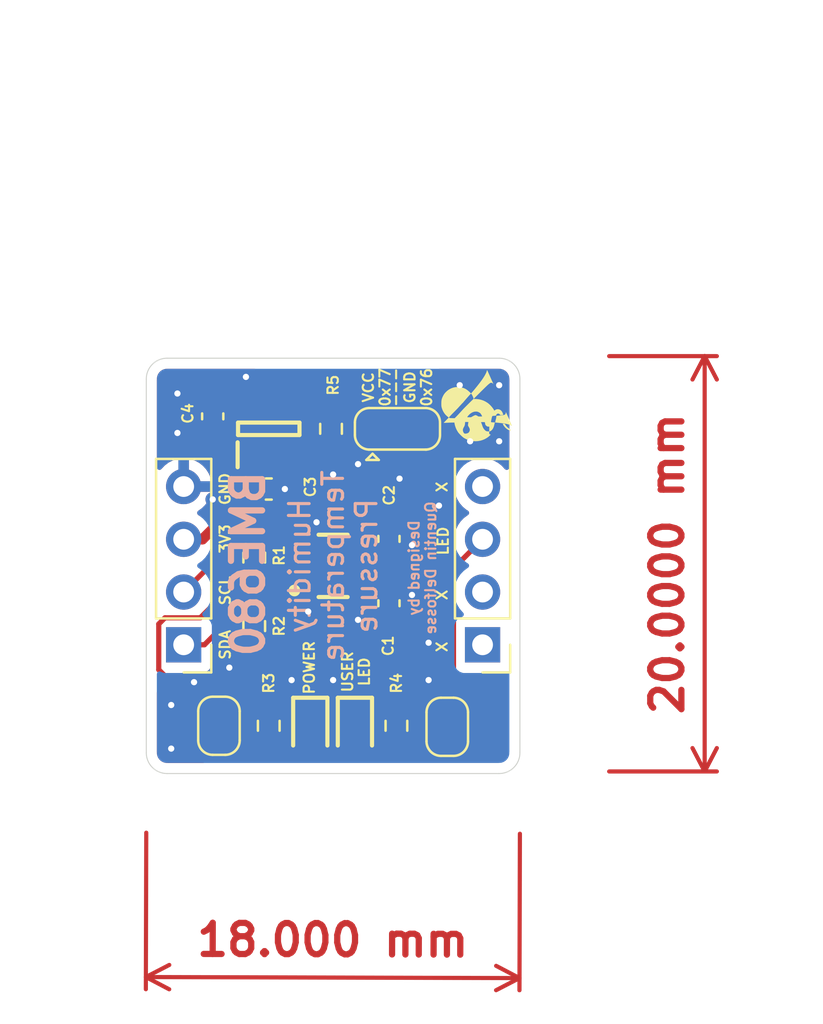
<source format=kicad_pcb>
(kicad_pcb (version 20211014) (generator pcbnew)
  (layers (0 "F.Cu" signal "F.Cu (Sig)") (31 "B.Cu" signal "B.Cu (Sig)") (34 "B.Paste" user) (35 "F.Paste" user) (36 "B.SilkS" user "B.Silkscreen") (37 "F.SilkS" user "F.Silkscreen") (38 "B.Mask" user) (39 "F.Mask" user) (44 "Edge.Cuts" user))
  (net 0 "")
  (net 1 "+3V3")
  (net 2 "/SCL")
  (net 3 "/SDA")
  (net 4 "Net-(R3-Pad1)")
  (net 5 "Net-(LED1-Pad2)")
  (net 6 "Net-(R4-Pad1)")
  (net 7 "Net-(LED2-Pad2)")
  (net 8 "Net-(R5-Pad2)")
  (net 9 "GND")
  (net 10 "Net-(IC1-Pad5)")
  (net 11 "/GPIO_LED")
  (net 15 "/Vin")
  (footprint "KiCAD_Components_Footprints_Local:SOT95P282X130-5N" (layer "F.Cu") (at 131 89.6 90)
    (fp_text reference "IC2" hide)
    (fp_text value "AP2112K-3.3TRG1" hide)
    (fp_line (start 0.3 -1.48) (end 0.3 1.48) (layer "F.SilkS") (width 0.2))
    (fp_line (start -1.85 -1.5) (end -0.65 -1.5) (layer "F.SilkS") (width 0.2))
    (fp_line (start 0.3 1.48) (end -0.3 1.48) (layer "F.SilkS") (width 0.2))
    (fp_line (start -0.3 1.48) (end -0.3 -1.48) (layer "F.SilkS") (width 0.2))
    (fp_line (start -0.3 -1.48) (end 0.3 -1.48) (layer "F.SilkS") (width 0.2))
    (pad "1" smd rect locked (at -1.25 -0.95 180) (size 0.6 1.2) (layers "F.Cu" "F.Paste" "F.Mask") (net 15 "/Vin"))
    (pad "2" smd rect locked (at -1.25 0 180) (size 0.6 1.2) (layers "F.Cu" "F.Paste" "F.Mask") (net 9 "GND"))
    (pad "3" smd rect locked (at -1.25 0.95 180) (size 0.6 1.2) (layers "F.Cu" "F.Paste" "F.Mask") (net 15 "/Vin"))
    (pad "4" smd rect locked (at 1.25 0.95 180) (size 0.6 1.2) (layers "F.Cu" "F.Paste" "F.Mask"))
    (pad "5" smd rect locked (at 1.25 -0.95 180) (size 0.6 1.2) (layers "F.Cu" "F.Paste" "F.Mask") (net 1 "+3V3"))
  )
  (footprint "LOGO" (layer "F.Cu") (at 140.9 88.6 90)
    (fp_text reference "G***" hide)
    (fp_text value "LOGO" hide)
    (fp_poly (pts (xy -0.755778 1.382407) (xy -0.754586 1.398616) (xy -0.7561 1.415443) (xy -0.759698 1.443695) (xy -0.764416 1.462707) (xy -0.772799 1.476337) (xy -0.787387 1.488445) (xy -0.810724 1.502888) (xy -0.815623 1.505782) (xy -0.857171 1.53462) (xy -0.901258 1.572759) (xy -0.944839 1.617143) (xy -0.984868 1.664714) (xy -1.012685 1.703617) (xy -1.031165 1.731075) (xy -1.044709 1.748748) (xy -1.055175 1.758591) (xy -1.064418 1.762557) (xy -1.069036 1.762947) (xy -1.079279 1.76216) (xy -1.084036 1.757509) (xy -1.084725 1.745561) (xy -1.083299 1.728432) (xy -1.073712 1.686636) (xy -1.053546 1.640831) (xy -1.024415 1.592952) (xy -0.987929 1.544932) (xy -0.945701 1.498706) (xy -0.89934 1.45621) (xy -0.85046 1.419376) (xy -0.802072 1.390842) (xy -0.777636 1.379529) (xy -0.762833 1.376381)) (layer "F.SilkS") (width 0) (fill solid))
    (fp_poly (pts (xy 0.276152 -1.585751) (xy 0.332178 -1.582617) (xy 0.381066 -1.576602) (xy 0.425982 -1.56706) (xy 0.470089 -1.553343) (xy 0.516552 -1.534805) (xy 0.559397 -1.515187) (xy 0.615562 -1.486483) (xy 0.663712 -1.457098) (xy 0.708459 -1.423819) (xy 0.754412 -1.383431) (xy 0.770796 -1.367832) (xy 0.840703 -1.291147) (xy 0.899085 -1.207961) (xy 0.945728 -1.119254) (xy 0.98042 -1.026005) (xy 1.002947 -0.929191) (xy 1.013096 -0.829792) (xy 1.010655 -0.728786) (xy 0.995409 -0.627152) (xy 0.967147 -0.525869) (xy 0.959005 -0.503316) (xy 0.930902 -0.439303) (xy 0.895101 -0.377254) (xy 0.850191 -0.315101) (xy 0.794762 -0.250773) (xy 0.766886 -0.221461) (xy 0.701789 -0.154748) (xy 0.725521 -0.134201) (xy 0.79896 -0.071367) (xy 0.876631 -0.006278) (xy 0.956581 0.059502) (xy 1.036852 0.12441) (xy 1.115491 0.186882) (xy 1.190541 0.245356) (xy 1.260048 0.298266) (xy 1.322056 0.344052) (xy 1.33827 0.355712) (xy 1.419028 0.411667) (xy 1.496295 0.461826) (xy 1.568968 0.505571) (xy 1.635939 0.542291) (xy 1.696103 0.57137) (xy 1.748355 0.592194) (xy 1.781546 0.601992) (xy 1.805154 0.60811) (xy 1.822568 0.613612) (xy 1.830527 0.617445) (xy 1.830705 0.617841) (xy 1.825034 0.622535) (xy 1.810199 0.630611) (xy 1.791765 0.639257) (xy 1.777701 0.645501) (xy 1.752672 0.656648) (xy 1.718091 0.672069) (xy 1.675373 0.69113) (xy 1.625931 0.713203) (xy 1.571181 0.737654) (xy 1.512535 0.763853) (xy 1.455556 0.789316) (xy 1.396051 0.815872) (xy 1.34034 0.840659) (xy 1.289644 0.863139) (xy 1.245179 0.882775) (xy 1.208166 0.899032) (xy 1.179822 0.911371) (xy 1.161366 0.919257) (xy 1.154017 0.922153) (xy 1.153971 0.922157) (xy 1.156039 0.918371) (xy 1.166169 0.908722) (xy 1.17434 0.90177) (xy 1.194159 0.880105) (xy 1.209467 0.853958) (xy 1.210795 0.850692) (xy 1.216708 0.830749) (xy 1.218091 0.811404) (xy 1.214169 0.791176) (xy 1.204167 0.768584) (xy 1.187307 0.742144) (xy 1.162816 0.710376) (xy 1.129917 0.671796) (xy 1.099142 0.637373) (xy 1.082467 0.619413) (xy 1.058453 0.594197) (xy 1.028042 0.562673) (xy 0.992174 0.525788) (xy 0.951789 0.484488) (xy 0.907828 0.439721) (xy 0.861231 0.392432) (xy 0.81294 0.343569) (xy 0.763894 0.294078) (xy 0.715035 0.244906) (xy 0.667303 0.197) (xy 0.621638 0.151307) (xy 0.578982 0.108773) (xy 0.540274 0.070346) (xy 0.506455 0.03697) (xy 0.478467 0.009595) (xy 0.457249 -0.010834) (xy 0.443742 -0.02337) (xy 0.438964 -0.027122) (xy 0.43604 -0.021005) (xy 0.43489 -0.005158) (xy 0.435463 0.011866) (xy 0.436241 0.050579) (xy 0.434171 0.098407) (xy 0.429613 0.151292) (xy 0.422929 0.205172) (xy 0.414479 0.255988) (xy 0.413158 0.262713) (xy 0.389275 0.358178) (xy 0.35644 0.448919) (xy 0.313376 0.537951) (xy 0.258803 0.628292) (xy 0.257068 0.630913) (xy 0.218285 0.683197) (xy 0.170664 0.737524) (xy 0.116884 0.791466) (xy 0.059624 0.842594) (xy 0.001562 0.88848) (xy -0.054624 0.926695) (xy -0.093232 0.948513) (xy -0.110106 0.957834) (xy -0.120479 0.965047) (xy -0.12205 0.967155) (xy -0.118341 0.974358) (xy -0.108718 0.988932) (xy -0.09805 1.003889) (xy -0.072828 1.044987) (xy -0.058938 1.085998) (xy -0.055011 1.131593) (xy -0.05568 1.14861) (xy -0.065624 1.202863) (xy -0.087833 1.252074) (xy -0.121766 1.295664) (xy -0.166882 1.333051) (xy -0.222639 1.363655) (xy -0.273949 1.382684) (xy -0.297277 1.389215) (xy -0.315161 1.393099) (xy -0.324066 1.393583) (xy -0.324337 1.393406) (xy -0.327726 1.38413) (xy -0.331318 1.365044) (xy -0.334631 1.339879) (xy -0.337182 1.312371) (xy -0.338487 1.28625) (xy -0.338533 1.283679) (xy -0.337942 1.262122) (xy -0.334612 1.250401) (xy -0.327372 1.244882) (xy -0.325884 1.244367) (xy -0.308808 1.233754) (xy -0.291021 1.214812) (xy -0.276067 1.19209) (xy -0.267487 1.170134) (xy -0.267289 1.169139) (xy -0.266453 1.133061) (xy -0.278189 1.101976) (xy -0.302261 1.076426) (xy -0.310234 1.070932) (xy -0.329962 1.059714) (xy -0.3466 1.052479) (xy -0.353377 1.050988) (xy -0.360096 1.048455) (xy -0.364548 1.039054) (xy -0.367689 1.020081) (xy -0.369001 1.006914) (xy -0.371921 0.974173) (xy -0.375132 0.938175) (xy -0.376883 0.918555) (xy -0.380099 0.892641) (xy -0.384844 0.876722) (xy -0.392357 0.867233) (xy -0.39553 0.864985) (xy -0.407784 0.860111) (xy -0.430643 0.853505) (xy -0.461351 0.845755) (xy -0.497151 0.837447) (xy -0.535286 0.829169) (xy -0.573 0.821509) (xy -0.607538 0.815055) (xy -0.636141 0.810393) (xy -0.656055 0.80811) (xy -0.662444 0.808098) (xy -0.672439 0.809989) (xy -0.6785 0.814864) (xy -0.682072 0.825807) (xy -0.684599 0.845901) (xy -0.68569 0.857742) (xy -0.687978 0.889687) (xy -0.689817 0.926869) (xy -0.69077 0.95945) (xy -0.691608 1.013695) (xy -0.659405 1.01436) (xy -0.639236 1.01668) (xy -0.610621 1.0224) (xy -0.577955 1.030563) (xy -0.556006 1.036916) (xy -0.509878 1.049318) (xy -0.464469 1.058365) (xy -0.429582 1.062589) (xy -0.374353 1.066372) (xy -0.369804 1.11801) (xy -0.362837 1.195232) (xy -0.356597 1.260066) (xy -0.35093 1.313655) (xy -0.345682 1.357145) (xy -0.340696 1.391679) (xy -0.33582 1.418402) (xy -0.330897 1.438457) (xy -0.325774 1.452989) (xy -0.323997 1.456798) (xy -0.306016 1.485306) (xy -0.284236 1.503741) (xy -0.255262 1.51431) (xy -0.229574 1.518143) (xy -0.187033 1.522237) (xy -0.383385 1.609925) (xy -0.474645 1.650628) (xy -0.554242 1.686005) (xy -0.622858 1.716343) (xy -0.681177 1.741927) (xy -0.729881 1.763043) (xy -0.769654 1.779976) (xy -0.801177 1.793012) (xy -0.825135 1.802438) (xy -0.842209 1.808537) (xy -0.853083 1.811598) (xy -0.858439 1.811904) (xy -0.85896 1.809741) (xy -0.858243 1.808609) (xy -0.838248 1.775468) (xy -0.818133 1.730755) (xy -0.798586 1.676433) (xy -0.780291 1.614468) (xy -0.763936 1.546824) (xy -0.75962 1.52626) (xy -0.753488 1.492764) (xy -0.746635 1.449823) (xy -0.739337 1.399739) (xy -0.731874 1.344818) (xy -0.724525 1.287361) (xy -0.717567 1.229674) (xy -0.71128 1.17406) (xy -0.705941 1.122822) (xy -0.70183 1.078265) (xy -0.699225 1.042691) (xy -0.698398 1.01988) (xy -0.699457 1.000785) (xy -0.703873 0.991149) (xy -0.713508 0.986952) (xy -0.713654 0.986921) (xy -0.769965 0.974196) (xy -0.822487 0.96129) (xy -0.868426 0.948933) (xy -0.904986 0.937857) (xy -0.917014 0.933712) (xy -0.97882 0.906156) (xy -1.031746 0.872037) (xy -1.074576 0.832402) (xy -1.106098 0.788297) (xy -1.119427 0.759178) (xy -1.134171 0.71874) (xy -1.187507 0.71874) (xy -1.223295 0.720753) (xy -1.247568 0.727375) (xy -1.261845 0.739482) (xy -1.267649 0.757951) (xy -1.267965 0.765074) (xy -1.26935 0.780524) (xy -1.272285 0.788606) (xy -1.280684 0.788052) (xy -1.295516 0.778055) (xy -1.315325 0.760201) (xy -1.338654 0.736078) (xy -1.364047 0.70727) (xy -1.390046 0.675366) (xy -1.393758 0.670434) (xy -1.125556 0.670434) (xy -1.125538 0.72213) (xy -1.010286 0.722819) (xy -0.895034 0.723507) (xy -0.895034 0.681055) (xy -0.894305 0.657772) (xy -0.890959 0.640016) (xy -0.883259 0.622637) (xy -0.869469 0.600485) (xy -0.866217 0.59561) (xy -0.839784 0.562279) (xy -0.811736 0.540392) (xy -0.779053 0.527903) (xy -0.761537 0.524738) (xy -0.737022 0.52063) (xy -0.710935 0.515072) (xy -0.707749 0.51429) (xy -0.679808 0.507271) (xy -0.67668 0.441796) (xy -0.6753 0.393578) (xy -0.676464 0.358336) (xy -0.680265 0.335707) (xy -0.686801 0.325329) (xy -0.696167 0.326838) (xy -0.704819 0.335205) (xy -0.71385 0.340585) (xy -0.733391 0.348965) (xy -0.760978 0.35939) (xy -0.794148 0.370908) (xy -0.812443 0.376901) (xy -0.863574 0.393782) (xy -0.904268 0.408523) (xy -0.937207 0.422411) (xy -0.965076 0.436731) (xy -0.990557 0.45277) (xy -1.016334 0.471814) (xy -1.025242 0.47888) (xy -1.064458 0.513254) (xy -1.092569 0.545562) (xy -1.111091 0.578698) (xy -1.121539 0.615558) (xy -1.125429 0.659036) (xy -1.125556 0.670434) (xy -1.393758 0.670434) (xy -1.415195 0.64195) (xy -1.438038 0.608611) (xy -1.439166 0.606861) (xy -1.495417 0.507053) (xy -1.539504 0.402415) (xy -1.571438 0.294094) (xy -1.591228 0.183235) (xy -1.598883 0.070987) (xy -1.594413 -0.041505) (xy -1.577828 -0.153092) (xy -1.549137 -0.262628) (xy -1.50835 -0.368967) (xy -1.481395 -0.420962) (xy -1.232654 -0.420962) (xy -1.228717 -0.383708) (xy -1.219521 -0.345524) (xy -1.205884 -0.309818) (xy -1.188624 -0.279997) (xy -1.16881 -0.259645) (xy -1.122317 -0.231984) (xy -1.078565 -0.216887) (xy -1.035985 -0.214063) (xy -0.993011 -0.223218) (xy -0.986572 -0.225553) (xy -0.972059 -0.232226) (xy -0.950249 -0.243513) (xy -0.444127 -0.243513) (xy -0.443994 -0.206481) (xy -0.443305 -0.180161) (xy -0.44162 -0.161705) (xy -0.438503 -0.148262) (xy -0.433514 -0.136986) (xy -0.426215 -0.125026) (xy -0.425806 -0.124396) (xy -0.408426 -0.095874) (xy -0.390525 -0.063439) (xy -0.37343 -0.029874) (xy -0.35847 0.002039) (xy -0.346972 0.029515) (xy -0.340266 0.049773) (xy -0.339094 0.057288) (xy -0.343048 0.0793) (xy -0.353713 0.108243) (xy -0.369458 0.140351) (xy -0.388654 0.171863) (xy -0.388853 0.172156) (xy -0.396572 0.184319) (xy -0.401697 0.195926) (xy -0.404758 0.210091) (xy -0.40628 0.229932) (xy -0.406792 0.258563) (xy -0.406834 0.278395) (xy -0.406364 0.320473) (xy -0.404856 0.3503) (xy -0.402161 0.369157) (xy -0.39813 0.378327) (xy -0.395053 0.379712) (xy -0.388024 0.376637) (xy -0.371725 0.368309) (xy -0.348735 0.356072) (xy -0.32679 0.344114) (xy -0.295267 0.326049) (xy -0.272477 0.310709) (xy -0.254822 0.295171) (xy -0.238704 0.276512) (xy -0.230923 0.266223) (xy -0.212304 0.237211) (xy -0.194877 0.203814) (xy -0.183733 0.176824) (xy -0.176292 0.153043) (xy -0.17185 0.132167) (xy -0.16992 0.109676) (xy -0.170015 0.08105) (xy -0.170894 0.057824) (xy -0.173021 0.02562) (xy -0.176083 -0.000354) (xy -0.179689 -0.017283) (xy -0.181973 -0.021952) (xy -0.189101 -0.035321) (xy -0.189855 -0.040703) (xy -0.193785 -0.057968) (xy -0.204502 -0.08309) (xy -0.2204 -0.113272) (xy -0.239873 -0.145719) (xy -0.261314 -0.177636) (xy -0.283118 -0.206229) (xy -0.288926 -0.213094) (xy -0.311445 -0.237368) (xy -0.337051 -0.262363) (xy -0.363634 -0.286321) (xy -0.389087 -0.307486) (xy -0.411302 -0.324099) (xy -0.428171 -0.334405) (xy -0.437303 -0.33676) (xy -0.440132 -0.329214) (xy -0.442293 -0.309793) (xy -0.443666 -0.280173) (xy -0.444127 -0.243513) (xy -0.950249 -0.243513) (xy -0.949492 -0.243905) (xy -0.922485 -0.25868) (xy -0.905205 -0.268497) (xy -0.84418 -0.303692) (xy -0.778014 -0.298412) (xy -0.748518 -0.29532) (xy -0.723527 -0.291341) (xy -0.706558 -0.287102) (xy -0.701819 -0.284809) (xy -0.688516 -0.279611) (xy -0.681533 -0.280422) (xy -0.676947 -0.284611) (xy -0.673912 -0.294463) (xy -0.672148 -0.31218) (xy -0.671377 -0.339967) (xy -0.671276 -0.361547) (xy -0.671276 -0.438736) (xy -0.729374 -0.443202) (xy -0.774693 -0.447581) (xy -0.810824 -0.453668) (xy -0.842135 -0.46273) (xy -0.872994 -0.476036) (xy -0.907766 -0.494855) (xy -0.908324 -0.495177) (xy -0.951073 -0.518589) (xy -0.986211 -0.534593) (xy -1.016789 -0.54416) (xy -1.045857 -0.548264) (xy -1.074063 -0.548041) (xy -1.109362 -0.542296) (xy -1.145665 -0.530508) (xy -1.17921 -0.514437) (xy -1.206236 -0.495842) (xy -1.221477 -0.479048) (xy -1.230513 -0.453878) (xy -1.232654 -0.420962) (xy -1.481395 -0.420962) (xy -1.455476 -0.47096) (xy -1.429861 -0.511933) (xy -1.407754 -0.5419) (xy -1.377517 -0.577848) (xy -1.341526 -0.617383) (xy -1.302154 -0.658113) (xy -1.261775 -0.697646) (xy -1.222763 -0.73359) (xy -1.187492 -0.763553) (xy -1.159476 -0.784389) (xy -1.062657 -0.841882) (xy -0.961071 -0.889172) (xy -0.857114 -0.925317) (xy -0.772636 -0.944872) (xy -0.489284 -0.944872) (xy -0.429327 -0.884355) (xy -0.404226 -0.859566) (xy -0.370796 -0.82737) (xy -0.330802 -0.789413) (xy -0.28601 -0.747343) (xy -0.238187 -0.702805) (xy -0.189098 -0.657448) (xy -0.140509 -0.612917) (xy -0.094187 -0.57086) (xy -0.064415 -0.544094) (xy -0.049402 -0.530101) (xy -0.02654 -0.508053) (xy 0.002942 -0.479187) (xy 0.037816 -0.44474) (xy 0.076851 -0.405949) (xy 0.11882 -0.364049) (xy 0.162492 -0.320278) (xy 0.20664 -0.275873) (xy 0.250034 -0.23207) (xy 0.291445 -0.190105) (xy 0.329644 -0.151216) (xy 0.363402 -0.11664) (xy 0.391489 -0.087612) (xy 0.412678 -0.065369) (xy 0.425739 -0.051149) (xy 0.427451 -0.049159) (xy 0.437678 -0.039771) (xy 0.45 -0.035516) (xy 0.466776 -0.036636) (xy 0.490362 -0.043369) (xy 0.523117 -0.055955) (xy 0.532516 -0.059837) (xy 0.570115 -0.076333) (xy 0.606095 -0.093632) (xy 0.638233 -0.110513) (xy 0.664308 -0.125756) (xy 0.682096 -0.138139) (xy 0.689208 -0.145891) (xy 0.68776 -0.1568) (xy 0.67979 -0.172478) (xy 0.676909 -0.176669) (xy 0.668497 -0.185639) (xy 0.651129 -0.202218) (xy 0.626162 -0.225211) (xy 0.594953 -0.253421) (xy 0.55886 -0.285653) (xy 0.519242 -0.320712) (xy 0.477455 -0.357401) (xy 0.434858 -0.394526) (xy 0.392808 -0.430891) (xy 0.352663 -0.465301) (xy 0.31578 -0.496559) (xy 0.283518 -0.52347) (xy 0.276764 -0.529025) (xy 0.256217 -0.546615) (xy 0.240416 -0.561553) (xy 0.231843 -0.571434) (xy 0.230995 -0.573378) (xy 0.225688 -0.581754) (xy 0.213141 -0.593348) (xy 0.209699 -0.595987) (xy 0.197112 -0.606348) (xy 0.177293 -0.623891) (xy 0.152742 -0.646353) (xy 0.125959 -0.671473) (xy 0.119856 -0.677283) (xy 0.092961 -0.702684) (xy 0.067792 -0.725948) (xy 0.046833 -0.744814) (xy 0.032567 -0.75702) (xy 0.030513 -0.758634) (xy 0.021621 -0.766475) (xy 0.004162 -0.782848) (xy -0.020811 -0.806729) (xy -0.052241 -0.837095) (xy -0.089072 -0.872924) (xy -0.13025 -0.913191) (xy -0.174718 -0.956873) (xy -0.216058 -0.997647) (xy -0.272483 -1.053126) (xy -0.322077 -1.101314) (xy -0.364414 -1.141815) (xy -0.399071 -1.174233) (xy -0.425624 -1.198173) (xy -0.443649 -1.213238) (xy -0.452722 -1.219033) (xy -0.453326 -1.219072) (xy -0.463777 -1.214337) (xy -0.471863 -1.203681) (xy -0.477897 -1.185639) (xy -0.482189 -1.158751) (xy -0.485051 -1.121554) (xy -0.486794 -1.072585) (xy -0.487047 -1.06065) (xy -0.489284 -0.944872) (xy -0.772636 -0.944872) (xy -0.753183 -0.949375) (xy -0.730606 -0.952945) (xy -0.698398 -0.957599) (xy -0.698894 -1.043282) (xy -0.699402 -1.075317) (xy -0.700552 -1.117633) (xy -0.702227 -1.166967) (xy -0.704312 -1.22006) (xy -0.706694 -1.27365) (xy -0.707903 -1.298478) (xy -0.71014 -1.344985) (xy -0.711967 -1.386856) (xy -0.713319 -1.422237) (xy -0.714128 -1.449275) (xy -0.714331 -1.466112) (xy -0.71401 -1.470995) (xy -0.711188 -1.470266) (xy -0.704188 -1.465069) (xy -0.6922 -1.454648) (xy -0.674411 -1.438246) (xy -0.650013 -1.415107) (xy -0.618193 -1.384472) (xy -0.578142 -1.345587) (xy -0.543799 -1.312099) (xy -0.460395 -1.230673) (xy -0.44209 -1.251586) (xy -0.429194 -1.266657) (xy -0.411072 -1.288257) (xy -0.391062 -1.312401) (xy -0.385316 -1.319391) (xy -0.324767 -1.383229) (xy -0.253613 -1.440874) (xy -0.17387 -1.491095) (xy -0.087553 -1.532662) (xy 0.003323 -1.564345) (xy 0.025797 -1.570395) (xy 0.051711 -1.576544) (xy 0.075455 -1.580943) (xy 0.100201 -1.583873) (xy 0.129125 -1.585615) (xy 0.165399 -1.586447) (xy 0.209822 -1.586652)) (layer "F.SilkS") (width 0) (fill solid))
  )
  (footprint "Resistor_SMD:R_0603_1608Metric" (layer "F.Cu") (at 134 89.6 -90)
    (fp_text reference "R5" (at -2.1 -0.1 90) (layer "F.SilkS") (effects (font (size 0.5 0.5) (thickness 0.1))))
    (fp_text value "4.7k")
    (fp_line (start -0.237258 -0.5225) (end 0.237258 -0.5225) (layer "F.SilkS") (width 0.12))
    (fp_line (start -0.237258 0.5225) (end 0.237258 0.5225) (layer "F.SilkS") (width 0.12))
    (pad "1" smd roundrect (at -0.825 0 270) (size 0.8 0.95) (layers "F.Cu" "F.Paste" "F.Mask") (net 1 "+3V3"))
    (pad "2" smd roundrect (at 0.825 0 270) (size 0.8 0.95) (layers "F.Cu" "F.Paste" "F.Mask") (net 8 "Net-(R5-Pad2)"))
  )
  (footprint "Resistor_SMD:R_0603_1608Metric" (layer "F.Cu") (at 130.3 99.1 90)
    (fp_text reference "R2" (at 0 1.2 270) (layer "F.SilkS") (effects (font (size 0.5 0.5) (thickness 0.1))))
    (fp_text value "4.7k")
    (fp_line (start -0.237258 -0.5225) (end 0.237258 -0.5225) (layer "F.SilkS") (width 0.12))
    (fp_line (start -0.237258 0.5225) (end 0.237258 0.5225) (layer "F.SilkS") (width 0.12))
    (pad "1" smd roundrect (at -0.825 0 90) (size 0.8 0.95) (layers "F.Cu" "F.Paste" "F.Mask") (net 1 "+3V3"))
    (pad "2" smd roundrect (at 0.825 0 90) (size 0.8 0.95) (layers "F.Cu" "F.Paste" "F.Mask") (net 3 "/SDA"))
  )
  (footprint "Jumper:SolderJumper-3_P1.3mm_Open_RoundedPad1.0x1.5mm" (layer "F.Cu") (at 137.2 89.6)
    (fp_text reference "SJ3" hide)
    (fp_text value "SolderJumper_3_Open")
    (fp_line (start 2.05 -0.3) (end 2.05 0.3) (layer "F.SilkS") (width 0.12))
    (fp_line (start -1.2 1.2) (end -1.5 1.5) (layer "F.SilkS") (width 0.12))
    (fp_line (start -1.2 1.2) (end -0.9 1.5) (layer "F.SilkS") (width 0.12))
    (fp_line (start -2.05 0.3) (end -2.05 -0.3) (layer "F.SilkS") (width 0.12))
    (fp_line (start -1.5 1.5) (end -0.9 1.5) (layer "F.SilkS") (width 0.12))
    (fp_line (start 1.4 1) (end -1.4 1) (layer "F.SilkS") (width 0.12))
    (fp_line (start -1.4 -1) (end 1.4 -1) (layer "F.SilkS") (width 0.12))
    (fp_arc (start -1.35 1) (mid -1.844975 0.794975) (end -2.05 0.3) (layer "F.SilkS") (width 0.12))
    (fp_arc (start 2.05 0.3) (mid 1.844975 0.794975) (end 1.35 1) (layer "F.SilkS") (width 0.12))
    (fp_arc (start -2.05 -0.3) (mid -1.844975 -0.794975) (end -1.35 -1) (layer "F.SilkS") (width 0.12))
    (fp_arc (start 1.35 -1) (mid 1.844975 -0.794975) (end 2.05 -0.3) (layer "F.SilkS") (width 0.12))
    (pad "1" smd custom (at -1.3 0) (size 1 0.5) (layers "F.Cu" "F.Mask") (net 8 "Net-(R5-Pad2)") (options (clearance outline) (anchor rect)) (primitives (gr_circle (center 0 0.25) (end 0.5 0.25) (width 0) (fill yes)) (gr_circle (center 0 -0.25) (end 0.5 -0.25) (width 0) (fill yes)) (gr_poly (pts (xy 0.55 0.75) (xy 0 0.75) (xy 0 -0.75) (xy 0.55 -0.75)) (width 0) (fill yes))))
    (pad "2" smd rect (at 0 0) (size 1 1.5) (layers "F.Cu" "F.Mask") (net 10 "Net-(IC1-Pad5)"))
    (pad "3" smd custom (at 1.3 0) (size 1 0.5) (layers "F.Cu" "F.Mask") (net 9 "GND") (options (clearance outline) (anchor rect)) (primitives (gr_circle (center 0 0.25) (end 0.5 0.25) (width 0) (fill yes)) (gr_circle (center 0 -0.25) (end 0.5 -0.25) (width 0) (fill yes)) (gr_poly (pts (xy 0 0.75) (xy -0.55 0.75) (xy -0.55 -0.75) (xy 0 -0.75)) (width 0) (fill yes))))
  )
  (footprint "KiCAD_Components_Footprints_Local:BME680" (layer "F.Cu") (at 134.1 96.2)
    (fp_text reference "IC1" hide)
    (fp_text value "BME680" hide)
    (fp_line (start -0.7 1.5) (end 0.7 1.5) (layer "F.SilkS") (width 0.2))
    (fp_line (start -0.7 -1.5) (end 0.7 -1.5) (layer "F.SilkS") (width 0.2))
    (fp_circle (center -1.863 1.186) (end -1.863 1.215) (layer "F.SilkS") (width 0.254) (fill none))
    (pad "1" smd rect locked (at -1.2 1.2 90) (size 0.4 0.4) (layers "F.Cu" "F.Paste" "F.Mask") (net 9 "GND"))
    (pad "2" smd rect locked (at -1.2 0.4 90) (size 0.4 0.4) (layers "F.Cu" "F.Paste" "F.Mask") (net 1 "+3V3"))
    (pad "3" smd rect locked (at -1.2 -0.4 90) (size 0.4 0.4) (layers "F.Cu" "F.Paste" "F.Mask") (net 3 "/SDA"))
    (pad "4" smd rect locked (at -1.2 -1.2 90) (size 0.4 0.4) (layers "F.Cu" "F.Paste" "F.Mask") (net 2 "/SCL"))
    (pad "5" smd rect locked (at 1.2 -1.2 90) (size 0.4 0.4) (layers "F.Cu" "F.Paste" "F.Mask") (net 10 "Net-(IC1-Pad5)"))
    (pad "6" smd rect locked (at 1.2 -0.4 90) (size 0.4 0.4) (layers "F.Cu" "F.Paste" "F.Mask") (net 1 "+3V3"))
    (pad "7" smd rect locked (at 1.2 0.4 90) (size 0.4 0.4) (layers "F.Cu" "F.Paste" "F.Mask") (net 9 "GND"))
    (pad "8" smd rect locked (at 1.2 1.2 90) (size 0.4 0.4) (layers "F.Cu" "F.Paste" "F.Mask") (net 1 "+3V3"))
  )
  (footprint "Resistor_SMD:R_0603_1608Metric" (layer "F.Cu") (at 131 103.9 90)
    (fp_text reference "R3" (at 2.05 0 90) (layer "F.SilkS") (effects (font (size 0.5 0.5) (thickness 0.1))))
    (fp_text value "100")
    (fp_line (start -0.237258 -0.5225) (end 0.237258 -0.5225) (layer "F.SilkS") (width 0.12))
    (fp_line (start -0.237258 0.5225) (end 0.237258 0.5225) (layer "F.SilkS") (width 0.12))
    (pad "1" smd roundrect (at -0.825 0 90) (size 0.8 0.95) (layers "F.Cu" "F.Paste" "F.Mask") (net 4 "Net-(R3-Pad1)"))
    (pad "2" smd roundrect (at 0.825 0 90) (size 0.8 0.95) (layers "F.Cu" "F.Paste" "F.Mask") (net 5 "Net-(LED1-Pad2)"))
  )
  (footprint "Connector_PinHeader_2.54mm:PinHeader_1x04_P2.54mm_Vertical" (layer "F.Cu") (at 141.3 100 180)
    (fp_text reference "J2" hide)
    (fp_text value "Conn_01x04_Female")
    (fp_line (start -1.33 1.27) (end 1.33 1.27) (layer "F.SilkS") (width 0.12))
    (fp_line (start -1.33 8.95) (end 1.33 8.95) (layer "F.SilkS") (width 0.12))
    (fp_line (start 1.33 1.27) (end 1.33 8.95) (layer "F.SilkS") (width 0.12))
    (fp_line (start -1.33 1.27) (end -1.33 8.95) (layer "F.SilkS") (width 0.12))
    (fp_line (start -1.33 -1.33) (end 0 -1.33) (layer "F.SilkS") (width 0.12))
    (fp_line (start -1.33 0) (end -1.33 -1.33) (layer "F.SilkS") (width 0.12))
    (pad "1" thru_hole rect (at 0 0 180) (size 1.7 1.7) (drill 1) (layers *.Cu *.Mask))
    (pad "2" thru_hole oval (at 0 2.54 180) (size 1.7 1.7) (drill 1) (layers *.Cu *.Mask))
    (pad "3" thru_hole oval (at 0 5.08 180) (size 1.7 1.7) (drill 1) (layers *.Cu *.Mask) (net 11 "/GPIO_LED"))
    (pad "4" thru_hole oval (at 0 7.62 180) (size 1.7 1.7) (drill 1) (layers *.Cu *.Mask))
  )
  (footprint "Resistor_SMD:R_0603_1608Metric" (layer "F.Cu") (at 137.15 103.9 90)
    (fp_text reference "R4" (at 2.05 0 90) (layer "F.SilkS") (effects (font (size 0.5 0.5) (thickness 0.1))))
    (fp_text value "100")
    (fp_line (start -0.237258 -0.5225) (end 0.237258 -0.5225) (layer "F.SilkS") (width 0.12))
    (fp_line (start -0.237258 0.5225) (end 0.237258 0.5225) (layer "F.SilkS") (width 0.12))
    (pad "1" smd roundrect (at -0.825 0 90) (size 0.8 0.95) (layers "F.Cu" "F.Paste" "F.Mask") (net 6 "Net-(R4-Pad1)"))
    (pad "2" smd roundrect (at 0.825 0 90) (size 0.8 0.95) (layers "F.Cu" "F.Paste" "F.Mask") (net 7 "Net-(LED2-Pad2)"))
  )
  (footprint "Capacitor_SMD:C_0603_1608Metric" (layer "F.Cu") (at 136.7905 94.9 -90)
    (fp_text reference "C2" (at -2.1 -0.0095 -90) (layer "F.SilkS") (effects (font (size 0.5 0.5) (thickness 0.1))))
    (fp_text value "100nF")
    (fp_line (start -0.14058 0.51) (end 0.14058 0.51) (layer "F.SilkS") (width 0.12))
    (fp_line (start -0.14058 -0.51) (end 0.14058 -0.51) (layer "F.SilkS") (width 0.12))
    (pad "1" smd roundrect (at -0.775 0 270) (size 0.9 0.95) (layers "F.Cu" "F.Paste" "F.Mask") (net 1 "+3V3"))
    (pad "2" smd roundrect (at 0.775 0 270) (size 0.9 0.95) (layers "F.Cu" "F.Paste" "F.Mask") (net 9 "GND"))
  )
  (footprint "Capacitor_SMD:C_0603_1608Metric" (layer "F.Cu") (at 128.3 89 -90)
    (fp_text reference "C4" (at -0.14058 1.2 90) (layer "F.SilkS") (effects (font (size 0.5 0.5) (thickness 0.1))))
    (fp_text value "1uF")
    (fp_line (start -0.14058 -0.51) (end 0.14058 -0.51) (layer "F.SilkS") (width 0.12))
    (fp_line (start -0.14058 0.51) (end 0.14058 0.51) (layer "F.SilkS") (width 0.12))
    (pad "1" smd roundrect (at -0.775 0 270) (size 0.9 0.95) (layers "F.Cu" "F.Paste" "F.Mask") (net 1 "+3V3"))
    (pad "2" smd roundrect (at 0.775 0 270) (size 0.9 0.95) (layers "F.Cu" "F.Paste" "F.Mask") (net 9 "GND"))
  )
  (footprint "Capacitor_SMD:C_0603_1608Metric" (layer "F.Cu") (at 136.7905 98 90)
    (fp_text reference "C1" (at -2.05 -0.0405 270) (layer "F.SilkS") (effects (font (size 0.5 0.5) (thickness 0.1))))
    (fp_text value "100nF")
    (fp_line (start -0.14058 -0.51) (end 0.14058 -0.51) (layer "F.SilkS") (width 0.12))
    (fp_line (start -0.14058 0.51) (end 0.14058 0.51) (layer "F.SilkS") (width 0.12))
    (pad "1" smd roundrect (at -0.775 0 90) (size 0.9 0.95) (layers "F.Cu" "F.Paste" "F.Mask") (net 1 "+3V3"))
    (pad "2" smd roundrect (at 0.775 0 90) (size 0.9 0.95) (layers "F.Cu" "F.Paste" "F.Mask") (net 9 "GND"))
  )
  (footprint "Connector_PinHeader_2.54mm:PinHeader_1x04_P2.54mm_Vertical" (layer "F.Cu") (at 126.9 100 180)
    (fp_text reference "J1" hide)
    (fp_text value "Conn_01x04_Female")
    (fp_line (start -1.33 1.27) (end 1.33 1.27) (layer "F.SilkS") (width 0.12))
    (fp_line (start 1.33 1.27) (end 1.33 8.95) (layer "F.SilkS") (width 0.12))
    (fp_line (start -1.33 0) (end -1.33 -1.33) (layer "F.SilkS") (width 0.12))
    (fp_line (start -1.33 8.95) (end 1.33 8.95) (layer "F.SilkS") (width 0.12))
    (fp_line (start -1.33 -1.33) (end 0 -1.33) (layer "F.SilkS") (width 0.12))
    (fp_line (start -1.33 1.27) (end -1.33 8.95) (layer "F.SilkS") (width 0.12))
    (pad "1" thru_hole rect (at 0 0 180) (size 1.7 1.7) (drill 1) (layers *.Cu *.Mask) (net 3 "/SDA"))
    (pad "2" thru_hole oval (at 0 2.54 180) (size 1.7 1.7) (drill 1) (layers *.Cu *.Mask) (net 2 "/SCL"))
    (pad "3" thru_hole oval (at 0 5.08 180) (size 1.7 1.7) (drill 1) (layers *.Cu *.Mask) (net 15 "/Vin"))
    (pad "4" thru_hole oval (at 0 7.62 180) (size 1.7 1.7) (drill 1) (layers *.Cu *.Mask) (net 9 "GND"))
  )
  (footprint "Resistor_SMD:R_0603_1608Metric" (layer "F.Cu") (at 130.3 95.8 90)
    (fp_text reference "R1" (at 0.1 1.2 90) (layer "F.SilkS") (effects (font (size 0.5 0.5) (thickness 0.1))))
    (fp_text value "4.7k")
    (fp_line (start -0.237258 -0.5225) (end 0.237258 -0.5225) (layer "F.SilkS") (width 0.12))
    (fp_line (start -0.237258 0.5225) (end 0.237258 0.5225) (layer "F.SilkS") (width 0.12))
    (pad "1" smd roundrect (at -0.825 0 90) (size 0.8 0.95) (layers "F.Cu" "F.Paste" "F.Mask") (net 1 "+3V3"))
    (pad "2" smd roundrect (at 0.825 0 90) (size 0.8 0.95) (layers "F.Cu" "F.Paste" "F.Mask") (net 2 "/SCL"))
  )
  (footprint "LB_Q39G-L2OO-35-1:LEDC1608X40N" (layer "F.Cu") (at 133 104.1 -90)
    (fp_text reference "LED1" hide)
    (fp_text value "LB_Q39G-L2OO-35-1" hide)
    (fp_line (start -1.55 -0.825) (end -1.55 0.825) (layer "F.SilkS") (width 0.2))
    (fp_line (start 0.75 -0.825) (end -1.55 -0.825) (layer "F.SilkS") (width 0.2))
    (fp_line (start -1.55 0.825) (end 0.75 0.825) (layer "F.SilkS") (width 0.2))
    (pad "1" smd rect (at -0.75 0 270) (size 0.9 0.95) (layers "F.Cu" "F.Paste" "F.Mask") (net 9 "GND"))
    (pad "2" smd rect (at 0.75 0 270) (size 0.9 0.95) (layers "F.Cu" "F.Paste" "F.Mask") (net 5 "Net-(LED1-Pad2)"))
  )
  (footprint "Capacitor_SMD:C_0603_1608Metric" (layer "F.Cu") (at 131 92.5)
    (fp_text reference "C3" (at 2 -0.1 90) (layer "F.SilkS") (effects (font (size 0.5 0.5) (thickness 0.1))))
    (fp_text value "1uF")
    (fp_line (start -0.14058 -0.51) (end 0.14058 -0.51) (layer "F.SilkS") (width 0.12))
    (fp_line (start -0.14058 0.51) (end 0.14058 0.51) (layer "F.SilkS") (width 0.12))
    (pad "1" smd roundrect (at -0.775 0) (size 0.9 0.95) (layers "F.Cu" "F.Paste" "F.Mask") (net 15 "/Vin"))
    (pad "2" smd roundrect (at 0.775 0) (size 0.9 0.95) (layers "F.Cu" "F.Paste" "F.Mask") (net 9 "GND"))
  )
  (footprint "LB_Q39G-L2OO-35-1:LEDC1608X40N" (layer "F.Cu") (at 135.15 104.1 -90)
    (fp_text reference "LED2" hide)
    (fp_text value "LB_Q39G-L2OO-35-1" hide)
    (fp_line (start 0.75 -0.825) (end -1.55 -0.825) (layer "F.SilkS") (width 0.2))
    (fp_line (start -1.55 0.825) (end 0.75 0.825) (layer "F.SilkS") (width 0.2))
    (fp_line (start -1.55 -0.825) (end -1.55 0.825) (layer "F.SilkS") (width 0.2))
    (pad "1" smd rect (at -0.75 0 270) (size 0.9 0.95) (layers "F.Cu" "F.Paste" "F.Mask") (net 9 "GND"))
    (pad "2" smd rect (at 0.75 0 270) (size 0.9 0.95) (layers "F.Cu" "F.Paste" "F.Mask") (net 7 "Net-(LED2-Pad2)"))
  )
  (footprint "Jumper:SolderJumper-2_P1.3mm_Open_RoundedPad1.0x1.5mm" (layer "F.Cu") (at 128.6 103.9 -90)
    (fp_text reference "SJ1" hide)
    (fp_text value "SOLDERJUMPER")
    (fp_line (start -0.7 -1) (end 0.7 -1) (layer "F.SilkS") (width 0.12))
    (fp_line (start -1.4 0.3) (end -1.4 -0.3) (layer "F.SilkS") (width 0.12))
    (fp_line (start 1.4 -0.3) (end 1.4 0.3) (layer "F.SilkS") (width 0.12))
    (fp_line (start 0.7 1) (end -0.7 1) (layer "F.SilkS") (width 0.12))
    (fp_arc (start 1.4 0.3) (mid 1.194975 0.794975) (end 0.7 1) (layer "F.SilkS") (width 0.12))
    (fp_arc (start -0.7 1) (mid -1.194975 0.794975) (end -1.4 0.3) (layer "F.SilkS") (width 0.12))
    (fp_arc (start -1.4 -0.3) (mid -1.194975 -0.794975) (end -0.7 -1) (layer "F.SilkS") (width 0.12))
    (fp_arc (start 0.7 -1) (mid 1.194975 -0.794975) (end 1.4 -0.3) (layer "F.SilkS") (width 0.12))
    (pad "1" smd custom (at -0.65 0 270) (size 1 0.5) (layers "F.Cu" "F.Mask") (net 1 "+3V3") (options (clearance outline) (anchor rect)) (primitives (gr_circle (center 0 0.25) (end 0.5 0.25) (width 0) (fill yes)) (gr_circle (center 0 -0.25) (end 0.5 -0.25) (width 0) (fill yes)) (gr_poly (pts (xy 0.5 0.75) (xy 0 0.75) (xy 0 -0.75) (xy 0.5 -0.75)) (width 0) (fill yes))))
    (pad "2" smd custom (at 0.65 0 270) (size 1 0.5) (layers "F.Cu" "F.Mask") (net 4 "Net-(R3-Pad1)") (options (clearance outline) (anchor rect)) (primitives (gr_circle (center 0 0.25) (end 0.5 0.25) (width 0) (fill yes)) (gr_circle (center 0 -0.25) (end 0.5 -0.25) (width 0) (fill yes)) (gr_poly (pts (xy 0 0.75) (xy -0.5 0.75) (xy -0.5 -0.75) (xy 0 -0.75)) (width 0) (fill yes))))
  )
  (footprint "Jumper:SolderJumper-2_P1.3mm_Open_RoundedPad1.0x1.5mm" (layer "F.Cu") (at 139.6 103.95 -90)
    (fp_text reference "SJ2" hide)
    (fp_text value "SOLDERJUMPER")
    (fp_line (start -0.7 -1) (end 0.7 -1) (layer "F.SilkS") (width 0.12))
    (fp_line (start -1.4 0.3) (end -1.4 -0.3) (layer "F.SilkS") (width 0.12))
    (fp_line (start 1.4 -0.3) (end 1.4 0.3) (layer "F.SilkS") (width 0.12))
    (fp_line (start 0.7 1) (end -0.7 1) (layer "F.SilkS") (width 0.12))
    (fp_arc (start -0.7 1) (mid -1.194975 0.794975) (end -1.4 0.3) (layer "F.SilkS") (width 0.12))
    (fp_arc (start -1.4 -0.3) (mid -1.194975 -0.794975) (end -0.7 -1) (layer "F.SilkS") (width 0.12))
    (fp_arc (start 0.7 -1) (mid 1.194975 -0.794975) (end 1.4 -0.3) (layer "F.SilkS") (width 0.12))
    (fp_arc (start 1.4 0.3) (mid 1.194975 0.794975) (end 0.7 1) (layer "F.SilkS") (width 0.12))
    (pad "1" smd custom (at -0.65 0 270) (size 1 0.5) (layers "F.Cu" "F.Mask") (net 11 "/GPIO_LED") (options (clearance outline) (anchor rect)) (primitives (gr_circle (center 0 0.25) (end 0.5 0.25) (width 0) (fill yes)) (gr_circle (center 0 -0.25) (end 0.5 -0.25) (width 0) (fill yes)) (gr_poly (pts (xy 0.5 0.75) (xy 0 0.75) (xy 0 -0.75) (xy 0.5 -0.75)) (width 0) (fill yes))))
    (pad "2" smd custom (at 0.65 0 270) (size 1 0.5) (layers "F.Cu" "F.Mask") (net 6 "Net-(R4-Pad1)") (options (clearance outline) (anchor rect)) (primitives (gr_circle (center 0 0.25) (end 0.5 0.25) (width 0) (fill yes)) (gr_circle (center 0 -0.25) (end 0.5 -0.25) (width 0) (fill yes)) (gr_poly (pts (xy 0 0.75) (xy -0.5 0.75) (xy -0.5 -0.75) (xy 0 -0.75)) (width 0) (fill yes))))
  )
  (gr_arc (start 125.1 87.2) (mid 125.392893 86.492893) (end 126.1 86.2) (layer "Edge.Cuts") (width 0.05))
  (gr_arc (start 143.1 105.2) (mid 142.807107 105.907107) (end 142.1 106.2) (layer "Edge.Cuts") (width 0.05))
  (gr_line (start 142.1 106.2) (end 126.1 106.2) (layer "Edge.Cuts") (width 0.05))
  (gr_arc (start 126.1 106.2) (mid 125.392893 105.907107) (end 125.1 105.2) (layer "Edge.Cuts") (width 0.05))
  (gr_line (start 125.1 105.2) (end 125.1 87.2) (layer "Edge.Cuts") (width 0.05))
  (gr_arc (start 142.1 86.2) (mid 142.807107 86.492893) (end 143.1 87.2) (layer "Edge.Cuts") (width 0.05))
  (gr_line (start 126.1 86.2) (end 142.1 86.2) (layer "Edge.Cuts") (width 0.05))
  (gr_line (start 143.1 87.2) (end 143.1 105.2) (layer "Edge.Cuts") (width 0.05))
  (gr_text "Designed by\nQuentin Delfosse" (at 138.4 96.3 90) (layer "B.SilkS") (effects (font (size 0.5 0.5) (thickness 0.1)) (justify mirror)))
  (gr_text "Humidity\nTemperature\nPressure" (at 134.1 96.2 90) (layer "B.SilkS") (effects (font (size 1 1)) (justify mirror)))
  (gr_text "BME680" (at 130 96.1 90) (layer "B.SilkS") (effects (font (size 1.5 1.5) (thickness 0.3)) (justify mirror)))
  (gr_text "SCL" (at 128.9 97.392893 90) (layer "F.SilkS") (effects (font (size 0.5 0.5) (thickness 0.1))))
  (gr_text "USER\nLED" (at 135.2 101.3 90) (layer "F.SilkS") (effects (font (size 0.5 0.5) (thickness 0.1))))
  (gr_text "POWER" (at 132.95 101.1 90) (layer "F.SilkS") (effects (font (size 0.5 0.5) (thickness 0.1))))
  (gr_text "VCC\n0x77" (at 136.2 87.6 90) (layer "F.SilkS") (effects (font (size 0.5 0.5) (thickness 0.1))))
  (gr_text "X" (at 139.3 100.1 270) (layer "F.SilkS") (effects (font (size 0.5 0.5) (thickness 0.1))))
  (gr_text "X" (at 139.3 92.4 270) (layer "F.SilkS") (effects (font (size 0.5 0.5) (thickness 0.1))))
  (gr_text "X" (at 139.3 97.6 270) (layer "F.SilkS") (effects (font (size 0.5 0.5) (thickness 0.1))))
  (gr_text "GND\n0x76" (at 138.2 87.6 90) (layer "F.SilkS") (effects (font (size 0.5 0.5) (thickness 0.1))))
  (gr_text "SDA" (at 128.9 100 90) (layer "F.SilkS") (effects (font (size 0.5 0.5) (thickness 0.1))))
  (gr_text "---" (at 137.1 87.6 90) (layer "F.SilkS") (effects (font (size 0.5 0.5) (thickness 0.1))))
  (gr_text "LED" (at 139.4 95 90) (layer "F.SilkS") (effects (font (size 0.5 0.5) (thickness 0.1))))
  (gr_text "3V3" (at 128.9 94.9 90) (layer "F.SilkS") (effects (font (size 0.5 0.5) (thickness 0.1))))
  (gr_text "GND" (at 128.8925 92.5 90) (layer "F.SilkS") (effects (font (size 0.5 0.5) (thickness 0.1))))
  (dimension (type aligned) (layer "F.Cu") (pts (xy 143.1 108.598669) (xy 125.1 108.548669)) (height -7.45136) (gr_text "18.000 mm" (at 134.084302 114.225007 -0.1591545337) (layer "F.Cu") (effects (font (size 1.5 1.5) (thickness 0.3)))) (format (units 3) (units_format 1) (precision 4) (override_value "18.000")) (style (thickness 0.2) (arrow_length 1.27) (text_position_mode 0) (extension_height 0.58642) (extension_offset 0.5) keep_text_aligned))
  (dimension (type aligned) (layer "F.Cu") (pts (xy 146.9 106.1) (xy 146.9 86.1)) (height 5.1) (gr_text "20.0000 mm" (at 150.2 96.1 90) (layer "F.Cu") (effects (font (size 1.5 1.5) (thickness 0.3)))) (format (units 3) (units_format 1) (precision 4)) (style (thickness 0.2) (arrow_length 1.27) (text_position_mode 0) (extension_height 0.58642) (extension_offset 0.5) keep_text_aligned))
  (segment (start 136.675 98.775) (end 135.3 97.4) (width 0.25) (layer "F.Cu") (net 1))
  (segment (start 135.9 95.0155) (end 136.7905 94.125) (width 0.25) (layer "F.Cu") (net 1))
  (segment (start 130.475 100.1) (end 130.3 99.925) (width 0.5) (layer "F.Cu") (net 1))
  (segment (start 139.6 88.4) (end 139.6 91.3155) (width 0.5) (layer "F.Cu") (net 1))
  (segment (start 133.1 87.6) (end 138.8 87.6) (width 0.5) (layer "F.Cu") (net 1))
  (segment (start 131.6 97.7) (end 131.6 100.1) (width 0.25) (layer "F.Cu") (net 1))
  (segment (start 131.2 87.2) (end 132.7 87.2) (width 0.5) (layer "F.Cu") (net 1))
  (segment (start 129.775 96.625) (end 127.7 98.7) (width 0.25) (layer "F.Cu") (net 1))
  (segment (start 129.925 88.225) (end 130.05 88.35) (width 0.25) (layer "F.Cu") (net 1))
  (segment (start 138.8 87.6) (end 139.6 88.4) (width 0.5) (layer "F.Cu") (net 1))
  (segment (start 125.7 99) (end 125.7 101.2) (width 0.25) (layer "F.Cu") (net 1))
  (segment (start 125.7 101.2) (end 127.75 103.25) (width 0.25) (layer "F.Cu") (net 1))
  (segment (start 132.9 96.6) (end 132.7 96.6) (width 0.25) (layer "F.Cu") (net 1))
  (segment (start 138.325 98.775) (end 136.7905 98.775) (width 0.5) (layer "F.Cu") (net 1))
  (segment (start 132.7 87.2) (end 133.1 87.6) (width 0.5) (layer "F.Cu") (net 1))
  (segment (start 130.3 96.625) (end 129.775 96.625) (width 0.25) (layer "F.Cu") (net 1))
  (segment (start 136.7905 94.125) (end 138.225 94.125) (width 0.5) (layer "F.Cu") (net 1))
  (segment (start 136.7905 98.775) (end 136.675 98.775) (width 0.25) (layer "F.Cu") (net 1))
  (segment (start 135.525 95.775) (end 135.3 95.775) (width 0.25) (layer "F.Cu") (net 1))
  (segment (start 132.7 96.6) (end 131.6 97.7) (width 0.25) (layer "F.Cu") (net 1))
  (segment (start 131.6 100.431371) (end 129.665685 102.365685) (width 0.5) (layer "F.Cu") (net 1))
  (segment (start 138.225 94.125) (end 138.9 94.8) (width 0.5) (layer "F.Cu") (net 1))
  (segment (start 131.6 100.1) (end 131.6 100.431371) (width 0.5) (layer "F.Cu") (net 1))
  (segment (start 128.781371 103.25) (end 128.6 103.25) (width 0.5) (layer "F.Cu") (net 1))
  (segment (start 135.4655 100.1) (end 131.6 100.1) (width 0.5) (layer "F.Cu") (net 1))
  (segment (start 139.6 91.3155) (end 136.7905 94.125) (width 0.5) (layer "F.Cu") (net 1))
  (segment (start 127.75 103.25) (end 128.6 103.25) (width 0.25) (layer "F.Cu") (net 1))
  (segment (start 130.05 88.35) (end 131.2 87.2) (width 0.5) (layer "F.Cu") (net 1))
  (segment (start 133.1 87.6) (end 133.1 87.875) (width 0.5) (layer "F.Cu") (net 1))
  (segment (start 136.7905 98.775) (end 135.4655 100.1) (width 0.5) (layer "F.Cu") (net 1))
  (segment (start 138.9 94.8) (end 138.9 98.2) (width 0.5) (layer "F.Cu") (net 1))
  (segment (start 128.3 88.225) (end 129.925 88.225) (width 0.25) (layer "F.Cu") (net 1))
  (segment (start 127.7 98.7) (end 126 98.7) (width 0.25) (layer "F.Cu") (net 1))
  (segment (start 138.9 98.2) (end 138.325 98.775) (width 0.5) (layer "F.Cu") (net 1))
  (segment (start 126 98.7) (end 125.7 99) (width 0.25) (layer "F.Cu") (net 1))
  (segment (start 129.665685 102.365685) (end 128.781371 103.25) (width 0.5) (layer "F.Cu") (net 1))
  (segment (start 133.1 87.875) (end 134 88.775) (width 0.5) (layer "F.Cu") (net 1))
  (segment (start 131.6 100.1) (end 130.475 100.1) (width 0.5) (layer "F.Cu") (net 1))
  (segment (start 135.9 95.0155) (end 135.9 95.4) (width 0.25) (layer "F.Cu") (net 1))
  (segment (start 135.9 95.4) (end 135.525 95.775) (width 0.25) (layer "F.Cu") (net 1))
  (segment (start 129.385 94.975) (end 126.9 97.46) (width 0.25) (layer "F.Cu") (net 2))
  (segment (start 130.325 95) (end 132.9 95) (width 0.25) (layer "F.Cu") (net 2))
  (segment (start 130.3 94.975) (end 129.385 94.975) (width 0.25) (layer "F.Cu") (net 2))
  (segment (start 132.5 95.8) (end 132.9 95.8) (width 0.25) (layer "F.Cu") (net 3))
  (segment (start 130.3 98) (end 132.5 95.8) (width 0.25) (layer "F.Cu") (net 3))
  (segment (start 127.9 100) (end 129.625 98.275) (width 0.25) (layer "F.Cu") (net 3))
  (segment (start 129.625 98.275) (end 130.3 98.275) (width 0.25) (layer "F.Cu") (net 3))
  (segment (start 126.9 100) (end 127.9 100) (width 0.25) (layer "F.Cu") (net 3))
  (segment (start 130.3 98.275) (end 130.3 98) (width 0.25) (layer "F.Cu") (net 3))
  (segment (start 128.775 104.725) (end 128.6 104.55) (width 0.25) (layer "F.Cu") (net 4))
  (segment (start 131 104.725) (end 128.775 104.725) (width 0.25) (layer "F.Cu") (net 4))
  (segment (start 128.725 104.725) (end 128.55 104.55) (width 0.25) (layer "F.Cu") (net 4))
  (segment (start 132.775 104.85) (end 131 103.075) (width 0.25) (layer "F.Cu") (net 5))
  (segment (start 133 104.85) (end 132.775 104.85) (width 0.25) (layer "F.Cu") (net 5))
  (segment (start 132.725 104.85) (end 132.95 104.85) (width 0.25) (layer "F.Cu") (net 5))
  (segment (start 139.6 104.6) (end 137.275 104.6) (width 0.25) (layer "F.Cu") (net 6))
  (segment (start 137.275 104.6) (end 137.15 104.725) (width 0.25) (layer "F.Cu") (net 6))
  (segment (start 136.925 103.075) (end 135.15 104.85) (width 0.25) (layer "F.Cu") (net 7))
  (segment (start 137.15 103.075) (end 136.925 103.075) (width 0.25) (layer "F.Cu") (net 7))
  (segment (start 134 90.425) (end 135.075 90.425) (width 0.2) (layer "F.Cu") (net 8))
  (segment (start 135.075 90.425) (end 135.9 89.6) (width 0.2) (layer "F.Cu") (net 8))
  (segment (start 131 90.85) (end 131 91.725) (width 0.25) (layer "F.Cu") (net 9))
  (segment (start 135.3 96.6) (end 136.1655 96.6) (width 0.25) (layer "F.Cu") (net 9))
  (segment (start 136.7905 97.225) (end 137.525 97.225) (width 0.25) (layer "F.Cu") (net 9))
  (segment (start 131 91.725) (end 131.775 92.5) (width 0.25) (layer "F.Cu") (net 9))
  (segment (start 136.7905 95.675) (end 136.7905 97.225) (width 0.25) (layer "F.Cu") (net 9))
  (segment (start 137.3 92) (end 138.5 90.8) (width 0.25) (layer "F.Cu") (net 9))
  (segment (start 126.625 89.775) (end 126.6 89.8) (width 0.25) (layer "F.Cu") (net 9))
  (segment (start 138.5 90.8) (end 138.5 89.6) (width 0.25) (layer "F.Cu") (net 9))
  (segment (start 134.1 102.3) (end 135.15 103.35) (width 0.25) (layer "F.Cu") (net 9))
  (segment (start 128.3 89.775) (end 126.625 89.775) (width 0.25) (layer "F.Cu") (net 9))
  (segment (start 137.525 97.225) (end 137.9 97.6) (width 0.25) (layer "F.Cu") (net 9))
  (segment (start 134.1 101.7) (end 134.1 102.3) (width 0.25) (layer "F.Cu") (net 9))
  (segment (start 136.1655 96.6) (end 136.7905 97.225) (width 0.25) (layer "F.Cu") (net 9))
  (segment (start 132.1 102.45) (end 133 103.35) (width 0.25) (layer "F.Cu") (net 9))
  (segment (start 132.9 98.4) (end 132.9 97.4) (width 0.25) (layer "F.Cu") (net 9))
  (segment (start 132.1 101.7) (end 132.1 102.45) (width 0.25) (layer "F.Cu") (net 9))
  (via (at 137.3 92) (size 0.7) (drill 0.3) (layers "F.Cu" "B.Cu") (net 9))
  (via (at 142.1 90.2) (size 0.7) (drill 0.3) (layers "F.Cu" "B.Cu") (net 9))
  (via (at 132.1 101.7) (size 0.7) (drill 0.3) (layers "F.Cu" "B.Cu") (net 9))
  (via (at 128.3 93) (size 0.7) (drill 0.3) (layers "F.Cu" "B.Cu") (net 9))
  (via (at 134.1 91.8) (size 0.7) (drill 0.3) (layers "F.Cu" "B.Cu") (net 9))
  (via (at 127.4 101.8) (size 0.7) (drill 0.3) (layers "F.Cu" "B.Cu") (net 9))
  (via (at 133.3 94.1) (size 0.7) (drill 0.3) (layers "F.Cu" "B.Cu") (net 9))
  (via (at 126.6 89.8) (size 0.7) (drill 0.3) (layers "F.Cu" "B.Cu") (net 9))
  (via (at 131.775 92.5) (size 0.7) (drill 0.3) (layers "F.Cu" "B.Cu") (net 9))
  (via (at 126.3 102.9) (size 0.7) (drill 0.3) (layers "F.Cu" "B.Cu") (net 9))
  (via (at 132.9 98.4) (size 0.7) (drill 0.3) (layers "F.Cu" "B.Cu") (net 9))
  (via (at 140.2 87.5) (size 0.7) (drill 0.3) (layers "F.Cu" "B.Cu") (net 9))
  (via (at 134.1 101.7) (size 0.7) (drill 0.3) (layers "F.Cu" "B.Cu") (net 9))
  (via (at 129.9 87.1) (size 0.7) (drill 0.3) (layers "F.Cu" "B.Cu") (net 9))
  (via (at 138.7 101.7) (size 0.7) (drill 0.3) (layers "F.Cu" "B.Cu") (net 9))
  (via (at 139.2 93.3) (size 0.7) (drill 0.3) (layers "F.Cu" "B.Cu") (net 9))
  (via (at 126.6 87.9) (size 0.7) (drill 0.3) (layers "F.Cu" "B.Cu") (net 9))
  (via (at 129.1 101.1) (size 0.7) (drill 0.3) (layers "F.Cu" "B.Cu") (net 9))
  (via (at 137.9 95.2) (size 0.7) (drill 0.3) (layers "F.Cu" "B.Cu") (net 9))
  (via (at 142.1 87.5) (size 0.7) (drill 0.3) (layers "F.Cu" "B.Cu") (net 9))
  (via (at 137.9 97.6) (size 0.7) (drill 0.3) (layers "F.Cu" "B.Cu") (net 9))
  (via (at 135.3 98.8) (size 0.7) (drill 0.3) (layers "F.Cu" "B.Cu") (net 9))
  (via (at 140.7 90.2) (size 0.7) (drill 0.3) (layers "F.Cu" "B.Cu") (net 9))
  (via (at 135.3 91.3) (size 0.7) (drill 0.3) (layers "F.Cu" "B.Cu") (net 9))
  (via (at 138.7 99.9) (size 0.7) (drill 0.3) (layers "F.Cu" "B.Cu") (net 9))
  (via (at 126.3 105) (size 0.7) (drill 0.3) (layers "F.Cu" "B.Cu") (net 9))
  (segment (start 135.3 95) (end 135.3 92.65) (width 0.25) (layer "F.Cu") (net 10))
  (segment (start 137.2 90.75) (end 137.2 89.6) (width 0.25) (layer "F.Cu") (net 10))
  (segment (start 135.3 92.65) (end 137.2 90.75) (width 0.25) (layer "F.Cu") (net 10))
  (segment (start 139.9 103) (end 139.6 103.3) (width 0.25) (layer "F.Cu") (net 11))
  (segment (start 141.3 94.92) (end 139.9 96.32) (width 0.25) (layer "F.Cu") (net 11))
  (segment (start 139.9 96.32) (end 139.9 103) (width 0.25) (layer "F.Cu") (net 11))
  (segment (start 132.5 93.6) (end 133 93.1) (width 0.5) (layer "F.Cu") (net 15))
  (segment (start 129.4125 93.3125) (end 129.7 93.6) (width 0.5) (layer "F.Cu") (net 15))
  (segment (start 127.805 94.92) (end 129.4125 93.3125) (width 0.5) (layer "F.Cu") (net 15))
  (segment (start 129.7 93.6) (end 132.5 93.6) (width 0.5) (layer "F.Cu") (net 15))
  (segment (start 126.9 94.92) (end 127.805 94.92) (width 0.5) (layer "F.Cu") (net 15))
  (segment (start 130.05 90.85) (end 130.05 92.325) (width 0.25) (layer "F.Cu") (net 15))
  (segment (start 130.05 92.325) (end 130.225 92.5) (width 0.25) (layer "F.Cu") (net 15))
  (segment (start 133 93.1) (end 133 91.9) (width 0.5) (layer "F.Cu") (net 15))
  (segment (start 129.4125 93.3125) (end 130.225 92.5) (width 0.5) (layer "F.Cu") (net 15))
  (segment (start 133 91.9) (end 131.95 90.85) (width 0.5) (layer "F.Cu") (net 15))
  (zone (net 9) (net_name "GND") (layer "F.Cu") (connect_pads (clearance 0.508)) (min_thickness 0.254) (fill yes (thermal_gap 0.508) (thermal_bridge_width 0.508))
    (polygon (pts (xy 144.3 85) (xy 144.4 107.4) (xy 123.1 107.3) (xy 123.6 84.9)))
  )
  (zone (net 9) (net_name "GND") (layer "B.Cu") (connect_pads (clearance 0.508)) (min_thickness 0.254) (fill yes (thermal_gap 0.508) (thermal_bridge_width 0.508))
    (polygon (pts (xy 145.3 108.4) (xy 122.2 108.2) (xy 122.4 84.1) (xy 145.2 84.2)))
  )
)
</source>
